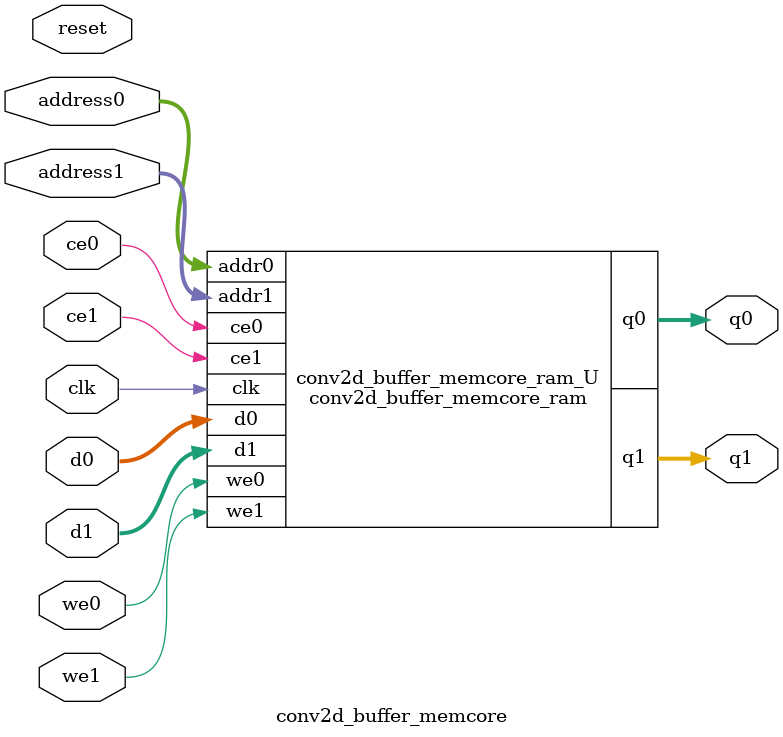
<source format=v>
`timescale 1 ns / 1 ps
module conv2d_buffer_memcore_ram (addr0, ce0, d0, we0, q0, addr1, ce1, d1, we1, q1,  clk);

parameter DWIDTH = 32;
parameter AWIDTH = 10;
parameter MEM_SIZE = 1024;

input[AWIDTH-1:0] addr0;
input ce0;
input[DWIDTH-1:0] d0;
input we0;
output reg[DWIDTH-1:0] q0;
input[AWIDTH-1:0] addr1;
input ce1;
input[DWIDTH-1:0] d1;
input we1;
output reg[DWIDTH-1:0] q1;
input clk;

(* ram_style = "block" *)reg [DWIDTH-1:0] ram[0:MEM_SIZE-1];




always @(posedge clk)  
begin 
    if (ce0) 
    begin
        if (we0) 
        begin 
            ram[addr0] <= d0; 
        end 
        q0 <= ram[addr0];
    end
end


always @(posedge clk)  
begin 
    if (ce1) 
    begin
        if (we1) 
        begin 
            ram[addr1] <= d1; 
        end 
        q1 <= ram[addr1];
    end
end


endmodule

`timescale 1 ns / 1 ps
module conv2d_buffer_memcore(
    reset,
    clk,
    address0,
    ce0,
    we0,
    d0,
    q0,
    address1,
    ce1,
    we1,
    d1,
    q1);

parameter DataWidth = 32'd32;
parameter AddressRange = 32'd1024;
parameter AddressWidth = 32'd10;
input reset;
input clk;
input[AddressWidth - 1:0] address0;
input ce0;
input we0;
input[DataWidth - 1:0] d0;
output[DataWidth - 1:0] q0;
input[AddressWidth - 1:0] address1;
input ce1;
input we1;
input[DataWidth - 1:0] d1;
output[DataWidth - 1:0] q1;



conv2d_buffer_memcore_ram conv2d_buffer_memcore_ram_U(
    .clk( clk ),
    .addr0( address0 ),
    .ce0( ce0 ),
    .we0( we0 ),
    .d0( d0 ),
    .q0( q0 ),
    .addr1( address1 ),
    .ce1( ce1 ),
    .we1( we1 ),
    .d1( d1 ),
    .q1( q1 ));

endmodule


</source>
